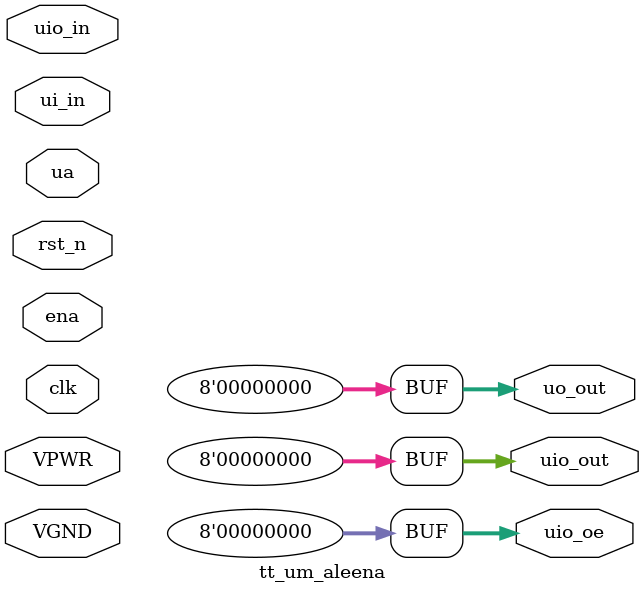
<source format=v>
module tt_um_aleena(	// file.cleaned.mlir:2:3
  input        VGND,	// file.cleaned.mlir:2:30
               VPWR,	// file.cleaned.mlir:2:45
  input  [7:0] ui_in,	// file.cleaned.mlir:2:60
               uio_in,	// file.cleaned.mlir:2:76
  inout  [7:0] ua,	// file.cleaned.mlir:2:96
  input        ena,	// file.cleaned.mlir:2:109
               clk,	// file.cleaned.mlir:2:123
               rst_n,	// file.cleaned.mlir:2:137
  output [7:0] uo_out,	// file.cleaned.mlir:2:154
               uio_out,	// file.cleaned.mlir:2:171
               uio_oe	// file.cleaned.mlir:2:189
);

  assign uo_out = 8'h0;	// file.cleaned.mlir:3:14, :4:5
  assign uio_out = 8'h0;	// file.cleaned.mlir:3:14, :4:5
  assign uio_oe = 8'h0;	// file.cleaned.mlir:3:14, :4:5
endmodule


</source>
